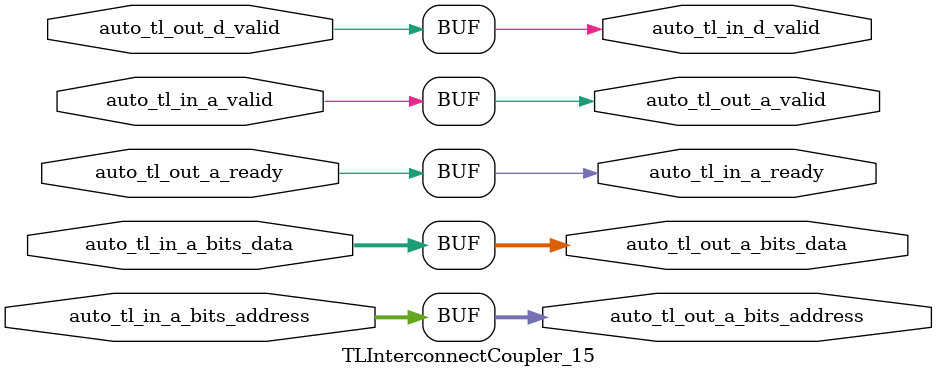
<source format=v>
module TLInterconnectCoupler_15(
  output        auto_tl_in_a_ready,
  input         auto_tl_in_a_valid,
  input  [31:0] auto_tl_in_a_bits_address,
  input  [31:0] auto_tl_in_a_bits_data,
  output        auto_tl_in_d_valid,
  input         auto_tl_out_a_ready,
  output        auto_tl_out_a_valid,
  output [31:0] auto_tl_out_a_bits_address,
  output [31:0] auto_tl_out_a_bits_data,
  input         auto_tl_out_d_valid
);
  assign auto_tl_in_a_ready = auto_tl_out_a_ready; 
  assign auto_tl_in_d_valid = auto_tl_out_d_valid; 
  assign auto_tl_out_a_valid = auto_tl_in_a_valid; 
  assign auto_tl_out_a_bits_address = auto_tl_in_a_bits_address; 
  assign auto_tl_out_a_bits_data = auto_tl_in_a_bits_data; 
endmodule
</source>
